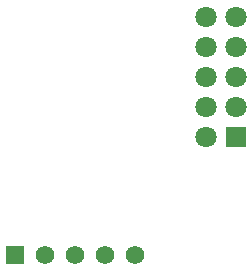
<source format=gbs>
G04*
G04 #@! TF.GenerationSoftware,Altium Limited,Altium Designer,23.5.1 (21)*
G04*
G04 Layer_Color=16711935*
%FSLAX44Y44*%
%MOMM*%
G71*
G04*
G04 #@! TF.SameCoordinates,9F5EF0EC-7799-46C5-AC4F-AA06264B0910*
G04*
G04*
G04 #@! TF.FilePolarity,Negative*
G04*
G01*
G75*
%ADD17C,1.5700*%
%ADD18R,1.5700X1.5700*%
%ADD19C,1.8032*%
%ADD20R,1.8032X1.8032*%
D17*
X1394460Y455930D02*
D03*
X1369060D02*
D03*
X1343660D02*
D03*
X1318260D02*
D03*
D18*
X1292860D02*
D03*
D19*
X1454150Y657860D02*
D03*
Y632460D02*
D03*
X1479550Y657860D02*
D03*
Y632460D02*
D03*
X1454150Y607060D02*
D03*
X1479550D02*
D03*
X1454150Y581660D02*
D03*
X1479550D02*
D03*
X1454150Y556260D02*
D03*
D20*
X1479550D02*
D03*
M02*

</source>
